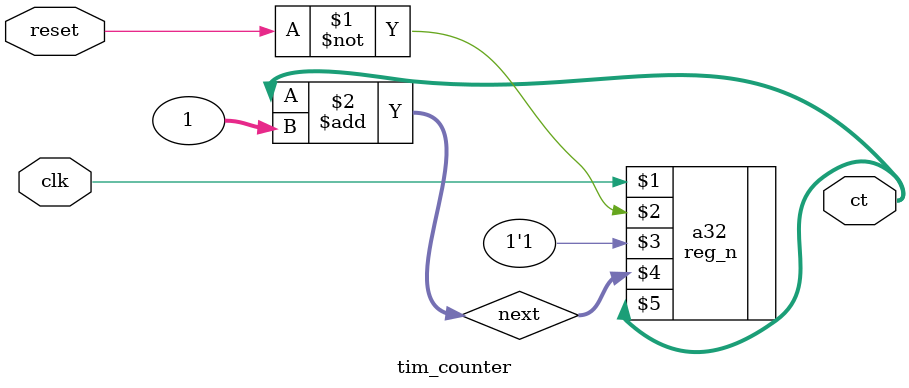
<source format=v>
`ifndef tim_counter_H
`define tim_counter_H//to prevent repeated include
`include "paramd_reg/reg_n.v"
module tim_counter(clk, reset, ct);//32 counter
parameter wid=32;
     input clk, reset;
     output [wid-1:0] ct;//current count
     
     wire [wid-1:0] next;
     reg c_end;

     //reg_n use nrst
     reg_n #(.N(wid)) a32(clk,~reset,1'b1,next, ct);

     assign next = ct+1;

endmodule
`endif
</source>
